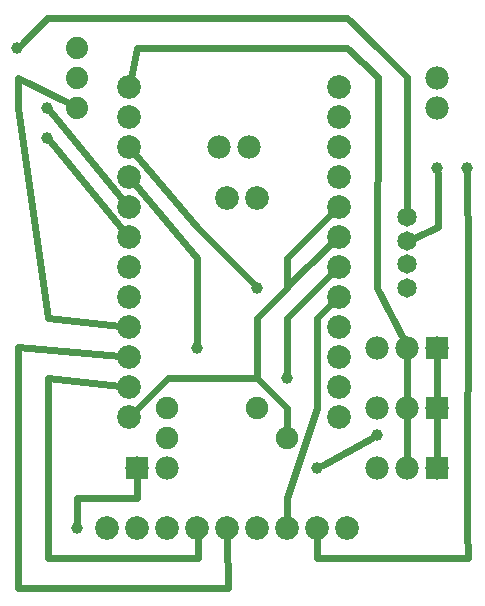
<source format=gbl>
G04 MADE WITH FRITZING*
G04 WWW.FRITZING.ORG*
G04 DOUBLE SIDED*
G04 HOLES PLATED*
G04 CONTOUR ON CENTER OF CONTOUR VECTOR*
%ASAXBY*%
%FSLAX23Y23*%
%MOIN*%
%OFA0B0*%
%SFA1.0B1.0*%
%ADD10C,0.078000*%
%ADD11C,0.039370*%
%ADD12C,0.074000*%
%ADD13C,0.075000*%
%ADD14C,0.079370*%
%ADD15C,0.065000*%
%ADD16R,0.078000X0.078000*%
%ADD17C,0.024000*%
%LNCOPPER0*%
G90*
G70*
G54D10*
X1444Y1730D03*
X1444Y1630D03*
G54D11*
X1544Y1430D03*
G54D12*
X244Y1630D03*
X244Y1730D03*
X244Y1830D03*
G54D11*
X144Y1630D03*
X44Y1830D03*
X144Y1530D03*
X244Y230D03*
X644Y830D03*
X944Y730D03*
X844Y1030D03*
X1044Y430D03*
X1244Y538D03*
X1444Y1430D03*
G54D13*
X544Y630D03*
X844Y630D03*
X544Y630D03*
X844Y630D03*
X944Y530D03*
X544Y530D03*
X944Y530D03*
X544Y530D03*
G54D14*
X416Y1699D03*
X416Y1599D03*
X416Y1499D03*
X416Y1399D03*
X416Y1299D03*
X416Y1199D03*
X416Y1099D03*
X416Y999D03*
X416Y899D03*
X416Y799D03*
X416Y699D03*
X416Y599D03*
X1116Y1699D03*
X1116Y1599D03*
X1116Y1499D03*
X1116Y1399D03*
X1116Y1299D03*
X1116Y1199D03*
X1116Y1099D03*
X1116Y999D03*
X1116Y899D03*
X1116Y799D03*
X1116Y699D03*
X1116Y599D03*
G54D10*
X444Y430D03*
X544Y430D03*
G54D14*
X1144Y230D03*
X1044Y230D03*
X944Y230D03*
X844Y230D03*
X744Y230D03*
X644Y230D03*
X544Y230D03*
X444Y230D03*
X344Y230D03*
G54D10*
X1444Y430D03*
X1344Y430D03*
X1244Y430D03*
X1444Y630D03*
X1344Y630D03*
X1244Y630D03*
X1444Y830D03*
X1344Y830D03*
X1244Y830D03*
G54D15*
X1344Y1030D03*
X1344Y1108D03*
X1344Y1187D03*
X1344Y1266D03*
G54D10*
X716Y1499D03*
X816Y1499D03*
G54D14*
X744Y1330D03*
X844Y1330D03*
X744Y1330D03*
X844Y1330D03*
G54D16*
X444Y430D03*
X1444Y430D03*
X1444Y630D03*
X1444Y830D03*
G54D17*
X45Y1730D02*
X45Y1630D01*
D02*
X45Y1630D02*
X146Y929D01*
D02*
X146Y929D02*
X386Y902D01*
D02*
X217Y1644D02*
X45Y1730D01*
D02*
X1144Y1930D02*
X1245Y1829D01*
D02*
X144Y1930D02*
X1144Y1930D01*
D02*
X1343Y1731D02*
X1344Y1289D01*
D02*
X1245Y1829D02*
X1343Y1731D01*
D02*
X58Y1843D02*
X144Y1930D01*
D02*
X1245Y1731D02*
X1144Y1829D01*
D02*
X1244Y1029D02*
X1245Y1731D01*
D02*
X1144Y1829D02*
X444Y1829D01*
D02*
X444Y1829D02*
X423Y1729D01*
D02*
X1331Y857D02*
X1244Y1029D01*
D02*
X1043Y129D02*
X1044Y199D01*
D02*
X1545Y129D02*
X1043Y129D01*
D02*
X1544Y229D02*
X1545Y129D01*
D02*
X1545Y1129D02*
X1544Y229D01*
D02*
X1544Y1411D02*
X1545Y1129D01*
D02*
X157Y1615D02*
X397Y1323D01*
D02*
X644Y1130D02*
X436Y1376D01*
D02*
X644Y849D02*
X644Y1130D01*
D02*
X644Y1231D02*
X436Y1476D01*
D02*
X745Y1130D02*
X644Y1231D01*
D02*
X831Y1043D02*
X745Y1130D01*
D02*
X157Y1515D02*
X397Y1223D01*
D02*
X45Y29D02*
X45Y831D01*
D02*
X45Y831D02*
X385Y802D01*
D02*
X745Y29D02*
X45Y29D01*
D02*
X744Y199D02*
X745Y29D01*
D02*
X145Y129D02*
X145Y729D01*
D02*
X645Y129D02*
X145Y129D01*
D02*
X145Y729D02*
X386Y702D01*
D02*
X645Y199D02*
X645Y129D01*
D02*
X444Y330D02*
X444Y400D01*
D02*
X244Y330D02*
X444Y330D01*
D02*
X244Y249D02*
X244Y330D01*
D02*
X944Y330D02*
X1044Y629D01*
D02*
X1044Y629D02*
X1044Y930D01*
D02*
X1044Y930D02*
X1094Y978D01*
D02*
X944Y260D02*
X944Y330D01*
D02*
X944Y930D02*
X1094Y1078D01*
D02*
X944Y749D02*
X944Y930D01*
D02*
X1227Y529D02*
X1061Y439D01*
D02*
X1445Y1231D02*
X1445Y1411D01*
D02*
X1366Y1196D02*
X1445Y1231D01*
D02*
X844Y930D02*
X944Y1029D01*
D02*
X944Y1029D02*
X941Y1034D01*
D02*
X844Y729D02*
X844Y930D01*
D02*
X941Y1034D02*
X1094Y1178D01*
D02*
X944Y629D02*
X844Y729D01*
D02*
X944Y558D02*
X944Y629D01*
D02*
X943Y1130D02*
X1094Y1278D01*
D02*
X941Y1034D02*
X943Y1130D01*
D02*
X545Y729D02*
X438Y621D01*
D02*
X844Y729D02*
X545Y729D01*
D02*
X1344Y660D02*
X1344Y800D01*
D02*
X1344Y600D02*
X1344Y460D01*
D02*
X1444Y800D02*
X1444Y660D01*
D02*
X1444Y600D02*
X1444Y460D01*
G04 End of Copper0*
M02*
</source>
